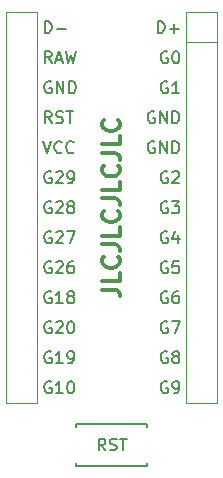
<source format=gto>
%TF.GenerationSoftware,KiCad,Pcbnew,8.0.7*%
%TF.CreationDate,2024-12-23T04:42:48-05:00*%
%TF.ProjectId,choc,63686f63-2e6b-4696-9361-645f70636258,v1.0.0*%
%TF.SameCoordinates,Original*%
%TF.FileFunction,Legend,Top*%
%TF.FilePolarity,Positive*%
%FSLAX46Y46*%
G04 Gerber Fmt 4.6, Leading zero omitted, Abs format (unit mm)*
G04 Created by KiCad (PCBNEW 8.0.7) date 2024-12-23 04:42:48*
%MOMM*%
%LPD*%
G01*
G04 APERTURE LIST*
%ADD10C,0.300000*%
%ADD11C,0.150000*%
%ADD12C,0.120000*%
%ADD13C,0.700000*%
%ADD14C,4.400000*%
%ADD15C,1.700000*%
%ADD16C,1.900000*%
%ADD17C,3.000000*%
%ADD18C,3.400000*%
G04 APERTURE END LIST*
D10*
X211490926Y-164060586D02*
X212562355Y-164060586D01*
X212562355Y-164060586D02*
X212776640Y-164132015D01*
X212776640Y-164132015D02*
X212919498Y-164274872D01*
X212919498Y-164274872D02*
X212990926Y-164489158D01*
X212990926Y-164489158D02*
X212990926Y-164632015D01*
X212990926Y-162632015D02*
X212990926Y-163346301D01*
X212990926Y-163346301D02*
X211490926Y-163346301D01*
X212848069Y-161274872D02*
X212919498Y-161346300D01*
X212919498Y-161346300D02*
X212990926Y-161560586D01*
X212990926Y-161560586D02*
X212990926Y-161703443D01*
X212990926Y-161703443D02*
X212919498Y-161917729D01*
X212919498Y-161917729D02*
X212776640Y-162060586D01*
X212776640Y-162060586D02*
X212633783Y-162132015D01*
X212633783Y-162132015D02*
X212348069Y-162203443D01*
X212348069Y-162203443D02*
X212133783Y-162203443D01*
X212133783Y-162203443D02*
X211848069Y-162132015D01*
X211848069Y-162132015D02*
X211705212Y-162060586D01*
X211705212Y-162060586D02*
X211562355Y-161917729D01*
X211562355Y-161917729D02*
X211490926Y-161703443D01*
X211490926Y-161703443D02*
X211490926Y-161560586D01*
X211490926Y-161560586D02*
X211562355Y-161346300D01*
X211562355Y-161346300D02*
X211633783Y-161274872D01*
X211490926Y-160203443D02*
X212562355Y-160203443D01*
X212562355Y-160203443D02*
X212776640Y-160274872D01*
X212776640Y-160274872D02*
X212919498Y-160417729D01*
X212919498Y-160417729D02*
X212990926Y-160632015D01*
X212990926Y-160632015D02*
X212990926Y-160774872D01*
X212990926Y-158774872D02*
X212990926Y-159489158D01*
X212990926Y-159489158D02*
X211490926Y-159489158D01*
X212848069Y-157417729D02*
X212919498Y-157489157D01*
X212919498Y-157489157D02*
X212990926Y-157703443D01*
X212990926Y-157703443D02*
X212990926Y-157846300D01*
X212990926Y-157846300D02*
X212919498Y-158060586D01*
X212919498Y-158060586D02*
X212776640Y-158203443D01*
X212776640Y-158203443D02*
X212633783Y-158274872D01*
X212633783Y-158274872D02*
X212348069Y-158346300D01*
X212348069Y-158346300D02*
X212133783Y-158346300D01*
X212133783Y-158346300D02*
X211848069Y-158274872D01*
X211848069Y-158274872D02*
X211705212Y-158203443D01*
X211705212Y-158203443D02*
X211562355Y-158060586D01*
X211562355Y-158060586D02*
X211490926Y-157846300D01*
X211490926Y-157846300D02*
X211490926Y-157703443D01*
X211490926Y-157703443D02*
X211562355Y-157489157D01*
X211562355Y-157489157D02*
X211633783Y-157417729D01*
X211490926Y-156346300D02*
X212562355Y-156346300D01*
X212562355Y-156346300D02*
X212776640Y-156417729D01*
X212776640Y-156417729D02*
X212919498Y-156560586D01*
X212919498Y-156560586D02*
X212990926Y-156774872D01*
X212990926Y-156774872D02*
X212990926Y-156917729D01*
X212990926Y-154917729D02*
X212990926Y-155632015D01*
X212990926Y-155632015D02*
X211490926Y-155632015D01*
X212848069Y-153560586D02*
X212919498Y-153632014D01*
X212919498Y-153632014D02*
X212990926Y-153846300D01*
X212990926Y-153846300D02*
X212990926Y-153989157D01*
X212990926Y-153989157D02*
X212919498Y-154203443D01*
X212919498Y-154203443D02*
X212776640Y-154346300D01*
X212776640Y-154346300D02*
X212633783Y-154417729D01*
X212633783Y-154417729D02*
X212348069Y-154489157D01*
X212348069Y-154489157D02*
X212133783Y-154489157D01*
X212133783Y-154489157D02*
X211848069Y-154417729D01*
X211848069Y-154417729D02*
X211705212Y-154346300D01*
X211705212Y-154346300D02*
X211562355Y-154203443D01*
X211562355Y-154203443D02*
X211490926Y-153989157D01*
X211490926Y-153989157D02*
X211490926Y-153846300D01*
X211490926Y-153846300D02*
X211562355Y-153632014D01*
X211562355Y-153632014D02*
X211633783Y-153560586D01*
X211490926Y-152489157D02*
X212562355Y-152489157D01*
X212562355Y-152489157D02*
X212776640Y-152560586D01*
X212776640Y-152560586D02*
X212919498Y-152703443D01*
X212919498Y-152703443D02*
X212990926Y-152917729D01*
X212990926Y-152917729D02*
X212990926Y-153060586D01*
X212990926Y-151060586D02*
X212990926Y-151774872D01*
X212990926Y-151774872D02*
X211490926Y-151774872D01*
X212848069Y-149703443D02*
X212919498Y-149774871D01*
X212919498Y-149774871D02*
X212990926Y-149989157D01*
X212990926Y-149989157D02*
X212990926Y-150132014D01*
X212990926Y-150132014D02*
X212919498Y-150346300D01*
X212919498Y-150346300D02*
X212776640Y-150489157D01*
X212776640Y-150489157D02*
X212633783Y-150560586D01*
X212633783Y-150560586D02*
X212348069Y-150632014D01*
X212348069Y-150632014D02*
X212133783Y-150632014D01*
X212133783Y-150632014D02*
X211848069Y-150560586D01*
X211848069Y-150560586D02*
X211705212Y-150489157D01*
X211705212Y-150489157D02*
X211562355Y-150346300D01*
X211562355Y-150346300D02*
X211490926Y-150132014D01*
X211490926Y-150132014D02*
X211490926Y-149989157D01*
X211490926Y-149989157D02*
X211562355Y-149774871D01*
X211562355Y-149774871D02*
X211633783Y-149703443D01*
D11*
X207173185Y-146474455D02*
X207077947Y-146426836D01*
X207077947Y-146426836D02*
X206935090Y-146426836D01*
X206935090Y-146426836D02*
X206792233Y-146474455D01*
X206792233Y-146474455D02*
X206696995Y-146569693D01*
X206696995Y-146569693D02*
X206649376Y-146664931D01*
X206649376Y-146664931D02*
X206601757Y-146855407D01*
X206601757Y-146855407D02*
X206601757Y-146998264D01*
X206601757Y-146998264D02*
X206649376Y-147188740D01*
X206649376Y-147188740D02*
X206696995Y-147283978D01*
X206696995Y-147283978D02*
X206792233Y-147379217D01*
X206792233Y-147379217D02*
X206935090Y-147426836D01*
X206935090Y-147426836D02*
X207030328Y-147426836D01*
X207030328Y-147426836D02*
X207173185Y-147379217D01*
X207173185Y-147379217D02*
X207220804Y-147331597D01*
X207220804Y-147331597D02*
X207220804Y-146998264D01*
X207220804Y-146998264D02*
X207030328Y-146998264D01*
X207649376Y-147426836D02*
X207649376Y-146426836D01*
X207649376Y-146426836D02*
X208220804Y-147426836D01*
X208220804Y-147426836D02*
X208220804Y-146426836D01*
X208696995Y-147426836D02*
X208696995Y-146426836D01*
X208696995Y-146426836D02*
X208935090Y-146426836D01*
X208935090Y-146426836D02*
X209077947Y-146474455D01*
X209077947Y-146474455D02*
X209173185Y-146569693D01*
X209173185Y-146569693D02*
X209220804Y-146664931D01*
X209220804Y-146664931D02*
X209268423Y-146855407D01*
X209268423Y-146855407D02*
X209268423Y-146998264D01*
X209268423Y-146998264D02*
X209220804Y-147188740D01*
X209220804Y-147188740D02*
X209173185Y-147283978D01*
X209173185Y-147283978D02*
X209077947Y-147379217D01*
X209077947Y-147379217D02*
X208935090Y-147426836D01*
X208935090Y-147426836D02*
X208696995Y-147426836D01*
X207173186Y-171874453D02*
X207077948Y-171826834D01*
X207077948Y-171826834D02*
X206935091Y-171826834D01*
X206935091Y-171826834D02*
X206792234Y-171874453D01*
X206792234Y-171874453D02*
X206696996Y-171969691D01*
X206696996Y-171969691D02*
X206649377Y-172064929D01*
X206649377Y-172064929D02*
X206601758Y-172255405D01*
X206601758Y-172255405D02*
X206601758Y-172398262D01*
X206601758Y-172398262D02*
X206649377Y-172588738D01*
X206649377Y-172588738D02*
X206696996Y-172683976D01*
X206696996Y-172683976D02*
X206792234Y-172779215D01*
X206792234Y-172779215D02*
X206935091Y-172826834D01*
X206935091Y-172826834D02*
X207030329Y-172826834D01*
X207030329Y-172826834D02*
X207173186Y-172779215D01*
X207173186Y-172779215D02*
X207220805Y-172731595D01*
X207220805Y-172731595D02*
X207220805Y-172398262D01*
X207220805Y-172398262D02*
X207030329Y-172398262D01*
X208173186Y-172826834D02*
X207601758Y-172826834D01*
X207887472Y-172826834D02*
X207887472Y-171826834D01*
X207887472Y-171826834D02*
X207792234Y-171969691D01*
X207792234Y-171969691D02*
X207696996Y-172064929D01*
X207696996Y-172064929D02*
X207601758Y-172112548D01*
X208792234Y-171826834D02*
X208887472Y-171826834D01*
X208887472Y-171826834D02*
X208982710Y-171874453D01*
X208982710Y-171874453D02*
X209030329Y-171922072D01*
X209030329Y-171922072D02*
X209077948Y-172017310D01*
X209077948Y-172017310D02*
X209125567Y-172207786D01*
X209125567Y-172207786D02*
X209125567Y-172445881D01*
X209125567Y-172445881D02*
X209077948Y-172636357D01*
X209077948Y-172636357D02*
X209030329Y-172731595D01*
X209030329Y-172731595D02*
X208982710Y-172779215D01*
X208982710Y-172779215D02*
X208887472Y-172826834D01*
X208887472Y-172826834D02*
X208792234Y-172826834D01*
X208792234Y-172826834D02*
X208696996Y-172779215D01*
X208696996Y-172779215D02*
X208649377Y-172731595D01*
X208649377Y-172731595D02*
X208601758Y-172636357D01*
X208601758Y-172636357D02*
X208554139Y-172445881D01*
X208554139Y-172445881D02*
X208554139Y-172207786D01*
X208554139Y-172207786D02*
X208601758Y-172017310D01*
X208601758Y-172017310D02*
X208649377Y-171922072D01*
X208649377Y-171922072D02*
X208696996Y-171874453D01*
X208696996Y-171874453D02*
X208792234Y-171826834D01*
X217023437Y-171874453D02*
X216928199Y-171826834D01*
X216928199Y-171826834D02*
X216785342Y-171826834D01*
X216785342Y-171826834D02*
X216642485Y-171874453D01*
X216642485Y-171874453D02*
X216547247Y-171969691D01*
X216547247Y-171969691D02*
X216499628Y-172064929D01*
X216499628Y-172064929D02*
X216452009Y-172255405D01*
X216452009Y-172255405D02*
X216452009Y-172398262D01*
X216452009Y-172398262D02*
X216499628Y-172588738D01*
X216499628Y-172588738D02*
X216547247Y-172683976D01*
X216547247Y-172683976D02*
X216642485Y-172779215D01*
X216642485Y-172779215D02*
X216785342Y-172826834D01*
X216785342Y-172826834D02*
X216880580Y-172826834D01*
X216880580Y-172826834D02*
X217023437Y-172779215D01*
X217023437Y-172779215D02*
X217071056Y-172731595D01*
X217071056Y-172731595D02*
X217071056Y-172398262D01*
X217071056Y-172398262D02*
X216880580Y-172398262D01*
X217547247Y-172826834D02*
X217737723Y-172826834D01*
X217737723Y-172826834D02*
X217832961Y-172779215D01*
X217832961Y-172779215D02*
X217880580Y-172731595D01*
X217880580Y-172731595D02*
X217975818Y-172588738D01*
X217975818Y-172588738D02*
X218023437Y-172398262D01*
X218023437Y-172398262D02*
X218023437Y-172017310D01*
X218023437Y-172017310D02*
X217975818Y-171922072D01*
X217975818Y-171922072D02*
X217928199Y-171874453D01*
X217928199Y-171874453D02*
X217832961Y-171826834D01*
X217832961Y-171826834D02*
X217642485Y-171826834D01*
X217642485Y-171826834D02*
X217547247Y-171874453D01*
X217547247Y-171874453D02*
X217499628Y-171922072D01*
X217499628Y-171922072D02*
X217452009Y-172017310D01*
X217452009Y-172017310D02*
X217452009Y-172255405D01*
X217452009Y-172255405D02*
X217499628Y-172350643D01*
X217499628Y-172350643D02*
X217547247Y-172398262D01*
X217547247Y-172398262D02*
X217642485Y-172445881D01*
X217642485Y-172445881D02*
X217832961Y-172445881D01*
X217832961Y-172445881D02*
X217928199Y-172398262D01*
X217928199Y-172398262D02*
X217975818Y-172350643D01*
X217975818Y-172350643D02*
X218023437Y-172255405D01*
X207173183Y-166794454D02*
X207077945Y-166746835D01*
X207077945Y-166746835D02*
X206935088Y-166746835D01*
X206935088Y-166746835D02*
X206792231Y-166794454D01*
X206792231Y-166794454D02*
X206696993Y-166889692D01*
X206696993Y-166889692D02*
X206649374Y-166984930D01*
X206649374Y-166984930D02*
X206601755Y-167175406D01*
X206601755Y-167175406D02*
X206601755Y-167318263D01*
X206601755Y-167318263D02*
X206649374Y-167508739D01*
X206649374Y-167508739D02*
X206696993Y-167603977D01*
X206696993Y-167603977D02*
X206792231Y-167699216D01*
X206792231Y-167699216D02*
X206935088Y-167746835D01*
X206935088Y-167746835D02*
X207030326Y-167746835D01*
X207030326Y-167746835D02*
X207173183Y-167699216D01*
X207173183Y-167699216D02*
X207220802Y-167651596D01*
X207220802Y-167651596D02*
X207220802Y-167318263D01*
X207220802Y-167318263D02*
X207030326Y-167318263D01*
X207601755Y-166842073D02*
X207649374Y-166794454D01*
X207649374Y-166794454D02*
X207744612Y-166746835D01*
X207744612Y-166746835D02*
X207982707Y-166746835D01*
X207982707Y-166746835D02*
X208077945Y-166794454D01*
X208077945Y-166794454D02*
X208125564Y-166842073D01*
X208125564Y-166842073D02*
X208173183Y-166937311D01*
X208173183Y-166937311D02*
X208173183Y-167032549D01*
X208173183Y-167032549D02*
X208125564Y-167175406D01*
X208125564Y-167175406D02*
X207554136Y-167746835D01*
X207554136Y-167746835D02*
X208173183Y-167746835D01*
X208792231Y-166746835D02*
X208887469Y-166746835D01*
X208887469Y-166746835D02*
X208982707Y-166794454D01*
X208982707Y-166794454D02*
X209030326Y-166842073D01*
X209030326Y-166842073D02*
X209077945Y-166937311D01*
X209077945Y-166937311D02*
X209125564Y-167127787D01*
X209125564Y-167127787D02*
X209125564Y-167365882D01*
X209125564Y-167365882D02*
X209077945Y-167556358D01*
X209077945Y-167556358D02*
X209030326Y-167651596D01*
X209030326Y-167651596D02*
X208982707Y-167699216D01*
X208982707Y-167699216D02*
X208887469Y-167746835D01*
X208887469Y-167746835D02*
X208792231Y-167746835D01*
X208792231Y-167746835D02*
X208696993Y-167699216D01*
X208696993Y-167699216D02*
X208649374Y-167651596D01*
X208649374Y-167651596D02*
X208601755Y-167556358D01*
X208601755Y-167556358D02*
X208554136Y-167365882D01*
X208554136Y-167365882D02*
X208554136Y-167127787D01*
X208554136Y-167127787D02*
X208601755Y-166937311D01*
X208601755Y-166937311D02*
X208649374Y-166842073D01*
X208649374Y-166842073D02*
X208696993Y-166794454D01*
X208696993Y-166794454D02*
X208792231Y-166746835D01*
X217023438Y-169334454D02*
X216928200Y-169286835D01*
X216928200Y-169286835D02*
X216785343Y-169286835D01*
X216785343Y-169286835D02*
X216642486Y-169334454D01*
X216642486Y-169334454D02*
X216547248Y-169429692D01*
X216547248Y-169429692D02*
X216499629Y-169524930D01*
X216499629Y-169524930D02*
X216452010Y-169715406D01*
X216452010Y-169715406D02*
X216452010Y-169858263D01*
X216452010Y-169858263D02*
X216499629Y-170048739D01*
X216499629Y-170048739D02*
X216547248Y-170143977D01*
X216547248Y-170143977D02*
X216642486Y-170239216D01*
X216642486Y-170239216D02*
X216785343Y-170286835D01*
X216785343Y-170286835D02*
X216880581Y-170286835D01*
X216880581Y-170286835D02*
X217023438Y-170239216D01*
X217023438Y-170239216D02*
X217071057Y-170191596D01*
X217071057Y-170191596D02*
X217071057Y-169858263D01*
X217071057Y-169858263D02*
X216880581Y-169858263D01*
X217642486Y-169715406D02*
X217547248Y-169667787D01*
X217547248Y-169667787D02*
X217499629Y-169620168D01*
X217499629Y-169620168D02*
X217452010Y-169524930D01*
X217452010Y-169524930D02*
X217452010Y-169477311D01*
X217452010Y-169477311D02*
X217499629Y-169382073D01*
X217499629Y-169382073D02*
X217547248Y-169334454D01*
X217547248Y-169334454D02*
X217642486Y-169286835D01*
X217642486Y-169286835D02*
X217832962Y-169286835D01*
X217832962Y-169286835D02*
X217928200Y-169334454D01*
X217928200Y-169334454D02*
X217975819Y-169382073D01*
X217975819Y-169382073D02*
X218023438Y-169477311D01*
X218023438Y-169477311D02*
X218023438Y-169524930D01*
X218023438Y-169524930D02*
X217975819Y-169620168D01*
X217975819Y-169620168D02*
X217928200Y-169667787D01*
X217928200Y-169667787D02*
X217832962Y-169715406D01*
X217832962Y-169715406D02*
X217642486Y-169715406D01*
X217642486Y-169715406D02*
X217547248Y-169763025D01*
X217547248Y-169763025D02*
X217499629Y-169810644D01*
X217499629Y-169810644D02*
X217452010Y-169905882D01*
X217452010Y-169905882D02*
X217452010Y-170096358D01*
X217452010Y-170096358D02*
X217499629Y-170191596D01*
X217499629Y-170191596D02*
X217547248Y-170239216D01*
X217547248Y-170239216D02*
X217642486Y-170286835D01*
X217642486Y-170286835D02*
X217832962Y-170286835D01*
X217832962Y-170286835D02*
X217928200Y-170239216D01*
X217928200Y-170239216D02*
X217975819Y-170191596D01*
X217975819Y-170191596D02*
X218023438Y-170096358D01*
X218023438Y-170096358D02*
X218023438Y-169905882D01*
X218023438Y-169905882D02*
X217975819Y-169810644D01*
X217975819Y-169810644D02*
X217928200Y-169763025D01*
X217928200Y-169763025D02*
X217832962Y-169715406D01*
X206649377Y-142346834D02*
X206649377Y-141346834D01*
X206649377Y-141346834D02*
X206887472Y-141346834D01*
X206887472Y-141346834D02*
X207030329Y-141394453D01*
X207030329Y-141394453D02*
X207125567Y-141489691D01*
X207125567Y-141489691D02*
X207173186Y-141584929D01*
X207173186Y-141584929D02*
X207220805Y-141775405D01*
X207220805Y-141775405D02*
X207220805Y-141918262D01*
X207220805Y-141918262D02*
X207173186Y-142108738D01*
X207173186Y-142108738D02*
X207125567Y-142203976D01*
X207125567Y-142203976D02*
X207030329Y-142299215D01*
X207030329Y-142299215D02*
X206887472Y-142346834D01*
X206887472Y-142346834D02*
X206649377Y-142346834D01*
X207649377Y-141965881D02*
X208411282Y-141965881D01*
X207173185Y-169334455D02*
X207077947Y-169286836D01*
X207077947Y-169286836D02*
X206935090Y-169286836D01*
X206935090Y-169286836D02*
X206792233Y-169334455D01*
X206792233Y-169334455D02*
X206696995Y-169429693D01*
X206696995Y-169429693D02*
X206649376Y-169524931D01*
X206649376Y-169524931D02*
X206601757Y-169715407D01*
X206601757Y-169715407D02*
X206601757Y-169858264D01*
X206601757Y-169858264D02*
X206649376Y-170048740D01*
X206649376Y-170048740D02*
X206696995Y-170143978D01*
X206696995Y-170143978D02*
X206792233Y-170239217D01*
X206792233Y-170239217D02*
X206935090Y-170286836D01*
X206935090Y-170286836D02*
X207030328Y-170286836D01*
X207030328Y-170286836D02*
X207173185Y-170239217D01*
X207173185Y-170239217D02*
X207220804Y-170191597D01*
X207220804Y-170191597D02*
X207220804Y-169858264D01*
X207220804Y-169858264D02*
X207030328Y-169858264D01*
X208173185Y-170286836D02*
X207601757Y-170286836D01*
X207887471Y-170286836D02*
X207887471Y-169286836D01*
X207887471Y-169286836D02*
X207792233Y-169429693D01*
X207792233Y-169429693D02*
X207696995Y-169524931D01*
X207696995Y-169524931D02*
X207601757Y-169572550D01*
X208649376Y-170286836D02*
X208839852Y-170286836D01*
X208839852Y-170286836D02*
X208935090Y-170239217D01*
X208935090Y-170239217D02*
X208982709Y-170191597D01*
X208982709Y-170191597D02*
X209077947Y-170048740D01*
X209077947Y-170048740D02*
X209125566Y-169858264D01*
X209125566Y-169858264D02*
X209125566Y-169477312D01*
X209125566Y-169477312D02*
X209077947Y-169382074D01*
X209077947Y-169382074D02*
X209030328Y-169334455D01*
X209030328Y-169334455D02*
X208935090Y-169286836D01*
X208935090Y-169286836D02*
X208744614Y-169286836D01*
X208744614Y-169286836D02*
X208649376Y-169334455D01*
X208649376Y-169334455D02*
X208601757Y-169382074D01*
X208601757Y-169382074D02*
X208554138Y-169477312D01*
X208554138Y-169477312D02*
X208554138Y-169715407D01*
X208554138Y-169715407D02*
X208601757Y-169810645D01*
X208601757Y-169810645D02*
X208649376Y-169858264D01*
X208649376Y-169858264D02*
X208744614Y-169905883D01*
X208744614Y-169905883D02*
X208935090Y-169905883D01*
X208935090Y-169905883D02*
X209030328Y-169858264D01*
X209030328Y-169858264D02*
X209077947Y-169810645D01*
X209077947Y-169810645D02*
X209125566Y-169715407D01*
X207173186Y-161714455D02*
X207077948Y-161666836D01*
X207077948Y-161666836D02*
X206935091Y-161666836D01*
X206935091Y-161666836D02*
X206792234Y-161714455D01*
X206792234Y-161714455D02*
X206696996Y-161809693D01*
X206696996Y-161809693D02*
X206649377Y-161904931D01*
X206649377Y-161904931D02*
X206601758Y-162095407D01*
X206601758Y-162095407D02*
X206601758Y-162238264D01*
X206601758Y-162238264D02*
X206649377Y-162428740D01*
X206649377Y-162428740D02*
X206696996Y-162523978D01*
X206696996Y-162523978D02*
X206792234Y-162619217D01*
X206792234Y-162619217D02*
X206935091Y-162666836D01*
X206935091Y-162666836D02*
X207030329Y-162666836D01*
X207030329Y-162666836D02*
X207173186Y-162619217D01*
X207173186Y-162619217D02*
X207220805Y-162571597D01*
X207220805Y-162571597D02*
X207220805Y-162238264D01*
X207220805Y-162238264D02*
X207030329Y-162238264D01*
X207601758Y-161762074D02*
X207649377Y-161714455D01*
X207649377Y-161714455D02*
X207744615Y-161666836D01*
X207744615Y-161666836D02*
X207982710Y-161666836D01*
X207982710Y-161666836D02*
X208077948Y-161714455D01*
X208077948Y-161714455D02*
X208125567Y-161762074D01*
X208125567Y-161762074D02*
X208173186Y-161857312D01*
X208173186Y-161857312D02*
X208173186Y-161952550D01*
X208173186Y-161952550D02*
X208125567Y-162095407D01*
X208125567Y-162095407D02*
X207554139Y-162666836D01*
X207554139Y-162666836D02*
X208173186Y-162666836D01*
X209030329Y-161666836D02*
X208839853Y-161666836D01*
X208839853Y-161666836D02*
X208744615Y-161714455D01*
X208744615Y-161714455D02*
X208696996Y-161762074D01*
X208696996Y-161762074D02*
X208601758Y-161904931D01*
X208601758Y-161904931D02*
X208554139Y-162095407D01*
X208554139Y-162095407D02*
X208554139Y-162476359D01*
X208554139Y-162476359D02*
X208601758Y-162571597D01*
X208601758Y-162571597D02*
X208649377Y-162619217D01*
X208649377Y-162619217D02*
X208744615Y-162666836D01*
X208744615Y-162666836D02*
X208935091Y-162666836D01*
X208935091Y-162666836D02*
X209030329Y-162619217D01*
X209030329Y-162619217D02*
X209077948Y-162571597D01*
X209077948Y-162571597D02*
X209125567Y-162476359D01*
X209125567Y-162476359D02*
X209125567Y-162238264D01*
X209125567Y-162238264D02*
X209077948Y-162143026D01*
X209077948Y-162143026D02*
X209030329Y-162095407D01*
X209030329Y-162095407D02*
X208935091Y-162047788D01*
X208935091Y-162047788D02*
X208744615Y-162047788D01*
X208744615Y-162047788D02*
X208649377Y-162095407D01*
X208649377Y-162095407D02*
X208601758Y-162143026D01*
X208601758Y-162143026D02*
X208554139Y-162238264D01*
X215928199Y-149014454D02*
X215832961Y-148966835D01*
X215832961Y-148966835D02*
X215690104Y-148966835D01*
X215690104Y-148966835D02*
X215547247Y-149014454D01*
X215547247Y-149014454D02*
X215452009Y-149109692D01*
X215452009Y-149109692D02*
X215404390Y-149204930D01*
X215404390Y-149204930D02*
X215356771Y-149395406D01*
X215356771Y-149395406D02*
X215356771Y-149538263D01*
X215356771Y-149538263D02*
X215404390Y-149728739D01*
X215404390Y-149728739D02*
X215452009Y-149823977D01*
X215452009Y-149823977D02*
X215547247Y-149919216D01*
X215547247Y-149919216D02*
X215690104Y-149966835D01*
X215690104Y-149966835D02*
X215785342Y-149966835D01*
X215785342Y-149966835D02*
X215928199Y-149919216D01*
X215928199Y-149919216D02*
X215975818Y-149871596D01*
X215975818Y-149871596D02*
X215975818Y-149538263D01*
X215975818Y-149538263D02*
X215785342Y-149538263D01*
X216404390Y-149966835D02*
X216404390Y-148966835D01*
X216404390Y-148966835D02*
X216975818Y-149966835D01*
X216975818Y-149966835D02*
X216975818Y-148966835D01*
X217452009Y-149966835D02*
X217452009Y-148966835D01*
X217452009Y-148966835D02*
X217690104Y-148966835D01*
X217690104Y-148966835D02*
X217832961Y-149014454D01*
X217832961Y-149014454D02*
X217928199Y-149109692D01*
X217928199Y-149109692D02*
X217975818Y-149204930D01*
X217975818Y-149204930D02*
X218023437Y-149395406D01*
X218023437Y-149395406D02*
X218023437Y-149538263D01*
X218023437Y-149538263D02*
X217975818Y-149728739D01*
X217975818Y-149728739D02*
X217928199Y-149823977D01*
X217928199Y-149823977D02*
X217832961Y-149919216D01*
X217832961Y-149919216D02*
X217690104Y-149966835D01*
X217690104Y-149966835D02*
X217452009Y-149966835D01*
X217023438Y-166794451D02*
X216928200Y-166746832D01*
X216928200Y-166746832D02*
X216785343Y-166746832D01*
X216785343Y-166746832D02*
X216642486Y-166794451D01*
X216642486Y-166794451D02*
X216547248Y-166889689D01*
X216547248Y-166889689D02*
X216499629Y-166984927D01*
X216499629Y-166984927D02*
X216452010Y-167175403D01*
X216452010Y-167175403D02*
X216452010Y-167318260D01*
X216452010Y-167318260D02*
X216499629Y-167508736D01*
X216499629Y-167508736D02*
X216547248Y-167603974D01*
X216547248Y-167603974D02*
X216642486Y-167699213D01*
X216642486Y-167699213D02*
X216785343Y-167746832D01*
X216785343Y-167746832D02*
X216880581Y-167746832D01*
X216880581Y-167746832D02*
X217023438Y-167699213D01*
X217023438Y-167699213D02*
X217071057Y-167651593D01*
X217071057Y-167651593D02*
X217071057Y-167318260D01*
X217071057Y-167318260D02*
X216880581Y-167318260D01*
X217404391Y-166746832D02*
X218071057Y-166746832D01*
X218071057Y-166746832D02*
X217642486Y-167746832D01*
X207173187Y-154094453D02*
X207077949Y-154046834D01*
X207077949Y-154046834D02*
X206935092Y-154046834D01*
X206935092Y-154046834D02*
X206792235Y-154094453D01*
X206792235Y-154094453D02*
X206696997Y-154189691D01*
X206696997Y-154189691D02*
X206649378Y-154284929D01*
X206649378Y-154284929D02*
X206601759Y-154475405D01*
X206601759Y-154475405D02*
X206601759Y-154618262D01*
X206601759Y-154618262D02*
X206649378Y-154808738D01*
X206649378Y-154808738D02*
X206696997Y-154903976D01*
X206696997Y-154903976D02*
X206792235Y-154999215D01*
X206792235Y-154999215D02*
X206935092Y-155046834D01*
X206935092Y-155046834D02*
X207030330Y-155046834D01*
X207030330Y-155046834D02*
X207173187Y-154999215D01*
X207173187Y-154999215D02*
X207220806Y-154951595D01*
X207220806Y-154951595D02*
X207220806Y-154618262D01*
X207220806Y-154618262D02*
X207030330Y-154618262D01*
X207601759Y-154142072D02*
X207649378Y-154094453D01*
X207649378Y-154094453D02*
X207744616Y-154046834D01*
X207744616Y-154046834D02*
X207982711Y-154046834D01*
X207982711Y-154046834D02*
X208077949Y-154094453D01*
X208077949Y-154094453D02*
X208125568Y-154142072D01*
X208125568Y-154142072D02*
X208173187Y-154237310D01*
X208173187Y-154237310D02*
X208173187Y-154332548D01*
X208173187Y-154332548D02*
X208125568Y-154475405D01*
X208125568Y-154475405D02*
X207554140Y-155046834D01*
X207554140Y-155046834D02*
X208173187Y-155046834D01*
X208649378Y-155046834D02*
X208839854Y-155046834D01*
X208839854Y-155046834D02*
X208935092Y-154999215D01*
X208935092Y-154999215D02*
X208982711Y-154951595D01*
X208982711Y-154951595D02*
X209077949Y-154808738D01*
X209077949Y-154808738D02*
X209125568Y-154618262D01*
X209125568Y-154618262D02*
X209125568Y-154237310D01*
X209125568Y-154237310D02*
X209077949Y-154142072D01*
X209077949Y-154142072D02*
X209030330Y-154094453D01*
X209030330Y-154094453D02*
X208935092Y-154046834D01*
X208935092Y-154046834D02*
X208744616Y-154046834D01*
X208744616Y-154046834D02*
X208649378Y-154094453D01*
X208649378Y-154094453D02*
X208601759Y-154142072D01*
X208601759Y-154142072D02*
X208554140Y-154237310D01*
X208554140Y-154237310D02*
X208554140Y-154475405D01*
X208554140Y-154475405D02*
X208601759Y-154570643D01*
X208601759Y-154570643D02*
X208649378Y-154618262D01*
X208649378Y-154618262D02*
X208744616Y-154665881D01*
X208744616Y-154665881D02*
X208935092Y-154665881D01*
X208935092Y-154665881D02*
X209030330Y-154618262D01*
X209030330Y-154618262D02*
X209077949Y-154570643D01*
X209077949Y-154570643D02*
X209125568Y-154475405D01*
X217023436Y-156634454D02*
X216928198Y-156586835D01*
X216928198Y-156586835D02*
X216785341Y-156586835D01*
X216785341Y-156586835D02*
X216642484Y-156634454D01*
X216642484Y-156634454D02*
X216547246Y-156729692D01*
X216547246Y-156729692D02*
X216499627Y-156824930D01*
X216499627Y-156824930D02*
X216452008Y-157015406D01*
X216452008Y-157015406D02*
X216452008Y-157158263D01*
X216452008Y-157158263D02*
X216499627Y-157348739D01*
X216499627Y-157348739D02*
X216547246Y-157443977D01*
X216547246Y-157443977D02*
X216642484Y-157539216D01*
X216642484Y-157539216D02*
X216785341Y-157586835D01*
X216785341Y-157586835D02*
X216880579Y-157586835D01*
X216880579Y-157586835D02*
X217023436Y-157539216D01*
X217023436Y-157539216D02*
X217071055Y-157491596D01*
X217071055Y-157491596D02*
X217071055Y-157158263D01*
X217071055Y-157158263D02*
X216880579Y-157158263D01*
X217404389Y-156586835D02*
X218023436Y-156586835D01*
X218023436Y-156586835D02*
X217690103Y-156967787D01*
X217690103Y-156967787D02*
X217832960Y-156967787D01*
X217832960Y-156967787D02*
X217928198Y-157015406D01*
X217928198Y-157015406D02*
X217975817Y-157063025D01*
X217975817Y-157063025D02*
X218023436Y-157158263D01*
X218023436Y-157158263D02*
X218023436Y-157396358D01*
X218023436Y-157396358D02*
X217975817Y-157491596D01*
X217975817Y-157491596D02*
X217928198Y-157539216D01*
X217928198Y-157539216D02*
X217832960Y-157586835D01*
X217832960Y-157586835D02*
X217547246Y-157586835D01*
X217547246Y-157586835D02*
X217452008Y-157539216D01*
X217452008Y-157539216D02*
X217404389Y-157491596D01*
X215928199Y-151554451D02*
X215832961Y-151506832D01*
X215832961Y-151506832D02*
X215690104Y-151506832D01*
X215690104Y-151506832D02*
X215547247Y-151554451D01*
X215547247Y-151554451D02*
X215452009Y-151649689D01*
X215452009Y-151649689D02*
X215404390Y-151744927D01*
X215404390Y-151744927D02*
X215356771Y-151935403D01*
X215356771Y-151935403D02*
X215356771Y-152078260D01*
X215356771Y-152078260D02*
X215404390Y-152268736D01*
X215404390Y-152268736D02*
X215452009Y-152363974D01*
X215452009Y-152363974D02*
X215547247Y-152459213D01*
X215547247Y-152459213D02*
X215690104Y-152506832D01*
X215690104Y-152506832D02*
X215785342Y-152506832D01*
X215785342Y-152506832D02*
X215928199Y-152459213D01*
X215928199Y-152459213D02*
X215975818Y-152411593D01*
X215975818Y-152411593D02*
X215975818Y-152078260D01*
X215975818Y-152078260D02*
X215785342Y-152078260D01*
X216404390Y-152506832D02*
X216404390Y-151506832D01*
X216404390Y-151506832D02*
X216975818Y-152506832D01*
X216975818Y-152506832D02*
X216975818Y-151506832D01*
X217452009Y-152506832D02*
X217452009Y-151506832D01*
X217452009Y-151506832D02*
X217690104Y-151506832D01*
X217690104Y-151506832D02*
X217832961Y-151554451D01*
X217832961Y-151554451D02*
X217928199Y-151649689D01*
X217928199Y-151649689D02*
X217975818Y-151744927D01*
X217975818Y-151744927D02*
X218023437Y-151935403D01*
X218023437Y-151935403D02*
X218023437Y-152078260D01*
X218023437Y-152078260D02*
X217975818Y-152268736D01*
X217975818Y-152268736D02*
X217928199Y-152363974D01*
X217928199Y-152363974D02*
X217832961Y-152459213D01*
X217832961Y-152459213D02*
X217690104Y-152506832D01*
X217690104Y-152506832D02*
X217452009Y-152506832D01*
X217023437Y-161714451D02*
X216928199Y-161666832D01*
X216928199Y-161666832D02*
X216785342Y-161666832D01*
X216785342Y-161666832D02*
X216642485Y-161714451D01*
X216642485Y-161714451D02*
X216547247Y-161809689D01*
X216547247Y-161809689D02*
X216499628Y-161904927D01*
X216499628Y-161904927D02*
X216452009Y-162095403D01*
X216452009Y-162095403D02*
X216452009Y-162238260D01*
X216452009Y-162238260D02*
X216499628Y-162428736D01*
X216499628Y-162428736D02*
X216547247Y-162523974D01*
X216547247Y-162523974D02*
X216642485Y-162619213D01*
X216642485Y-162619213D02*
X216785342Y-162666832D01*
X216785342Y-162666832D02*
X216880580Y-162666832D01*
X216880580Y-162666832D02*
X217023437Y-162619213D01*
X217023437Y-162619213D02*
X217071056Y-162571593D01*
X217071056Y-162571593D02*
X217071056Y-162238260D01*
X217071056Y-162238260D02*
X216880580Y-162238260D01*
X217975818Y-161666832D02*
X217499628Y-161666832D01*
X217499628Y-161666832D02*
X217452009Y-162143022D01*
X217452009Y-162143022D02*
X217499628Y-162095403D01*
X217499628Y-162095403D02*
X217594866Y-162047784D01*
X217594866Y-162047784D02*
X217832961Y-162047784D01*
X217832961Y-162047784D02*
X217928199Y-162095403D01*
X217928199Y-162095403D02*
X217975818Y-162143022D01*
X217975818Y-162143022D02*
X218023437Y-162238260D01*
X218023437Y-162238260D02*
X218023437Y-162476355D01*
X218023437Y-162476355D02*
X217975818Y-162571593D01*
X217975818Y-162571593D02*
X217928199Y-162619213D01*
X217928199Y-162619213D02*
X217832961Y-162666832D01*
X217832961Y-162666832D02*
X217594866Y-162666832D01*
X217594866Y-162666832D02*
X217499628Y-162619213D01*
X217499628Y-162619213D02*
X217452009Y-162571593D01*
X207220805Y-149966835D02*
X206887472Y-149490644D01*
X206649377Y-149966835D02*
X206649377Y-148966835D01*
X206649377Y-148966835D02*
X207030329Y-148966835D01*
X207030329Y-148966835D02*
X207125567Y-149014454D01*
X207125567Y-149014454D02*
X207173186Y-149062073D01*
X207173186Y-149062073D02*
X207220805Y-149157311D01*
X207220805Y-149157311D02*
X207220805Y-149300168D01*
X207220805Y-149300168D02*
X207173186Y-149395406D01*
X207173186Y-149395406D02*
X207125567Y-149443025D01*
X207125567Y-149443025D02*
X207030329Y-149490644D01*
X207030329Y-149490644D02*
X206649377Y-149490644D01*
X207601758Y-149919216D02*
X207744615Y-149966835D01*
X207744615Y-149966835D02*
X207982710Y-149966835D01*
X207982710Y-149966835D02*
X208077948Y-149919216D01*
X208077948Y-149919216D02*
X208125567Y-149871596D01*
X208125567Y-149871596D02*
X208173186Y-149776358D01*
X208173186Y-149776358D02*
X208173186Y-149681120D01*
X208173186Y-149681120D02*
X208125567Y-149585882D01*
X208125567Y-149585882D02*
X208077948Y-149538263D01*
X208077948Y-149538263D02*
X207982710Y-149490644D01*
X207982710Y-149490644D02*
X207792234Y-149443025D01*
X207792234Y-149443025D02*
X207696996Y-149395406D01*
X207696996Y-149395406D02*
X207649377Y-149347787D01*
X207649377Y-149347787D02*
X207601758Y-149252549D01*
X207601758Y-149252549D02*
X207601758Y-149157311D01*
X207601758Y-149157311D02*
X207649377Y-149062073D01*
X207649377Y-149062073D02*
X207696996Y-149014454D01*
X207696996Y-149014454D02*
X207792234Y-148966835D01*
X207792234Y-148966835D02*
X208030329Y-148966835D01*
X208030329Y-148966835D02*
X208173186Y-149014454D01*
X208458901Y-148966835D02*
X209030329Y-148966835D01*
X208744615Y-149966835D02*
X208744615Y-148966835D01*
X217023438Y-143934451D02*
X216928200Y-143886832D01*
X216928200Y-143886832D02*
X216785343Y-143886832D01*
X216785343Y-143886832D02*
X216642486Y-143934451D01*
X216642486Y-143934451D02*
X216547248Y-144029689D01*
X216547248Y-144029689D02*
X216499629Y-144124927D01*
X216499629Y-144124927D02*
X216452010Y-144315403D01*
X216452010Y-144315403D02*
X216452010Y-144458260D01*
X216452010Y-144458260D02*
X216499629Y-144648736D01*
X216499629Y-144648736D02*
X216547248Y-144743974D01*
X216547248Y-144743974D02*
X216642486Y-144839213D01*
X216642486Y-144839213D02*
X216785343Y-144886832D01*
X216785343Y-144886832D02*
X216880581Y-144886832D01*
X216880581Y-144886832D02*
X217023438Y-144839213D01*
X217023438Y-144839213D02*
X217071057Y-144791593D01*
X217071057Y-144791593D02*
X217071057Y-144458260D01*
X217071057Y-144458260D02*
X216880581Y-144458260D01*
X217690105Y-143886832D02*
X217785343Y-143886832D01*
X217785343Y-143886832D02*
X217880581Y-143934451D01*
X217880581Y-143934451D02*
X217928200Y-143982070D01*
X217928200Y-143982070D02*
X217975819Y-144077308D01*
X217975819Y-144077308D02*
X218023438Y-144267784D01*
X218023438Y-144267784D02*
X218023438Y-144505879D01*
X218023438Y-144505879D02*
X217975819Y-144696355D01*
X217975819Y-144696355D02*
X217928200Y-144791593D01*
X217928200Y-144791593D02*
X217880581Y-144839213D01*
X217880581Y-144839213D02*
X217785343Y-144886832D01*
X217785343Y-144886832D02*
X217690105Y-144886832D01*
X217690105Y-144886832D02*
X217594867Y-144839213D01*
X217594867Y-144839213D02*
X217547248Y-144791593D01*
X217547248Y-144791593D02*
X217499629Y-144696355D01*
X217499629Y-144696355D02*
X217452010Y-144505879D01*
X217452010Y-144505879D02*
X217452010Y-144267784D01*
X217452010Y-144267784D02*
X217499629Y-144077308D01*
X217499629Y-144077308D02*
X217547248Y-143982070D01*
X217547248Y-143982070D02*
X217594867Y-143934451D01*
X217594867Y-143934451D02*
X217690105Y-143886832D01*
X207173187Y-159174453D02*
X207077949Y-159126834D01*
X207077949Y-159126834D02*
X206935092Y-159126834D01*
X206935092Y-159126834D02*
X206792235Y-159174453D01*
X206792235Y-159174453D02*
X206696997Y-159269691D01*
X206696997Y-159269691D02*
X206649378Y-159364929D01*
X206649378Y-159364929D02*
X206601759Y-159555405D01*
X206601759Y-159555405D02*
X206601759Y-159698262D01*
X206601759Y-159698262D02*
X206649378Y-159888738D01*
X206649378Y-159888738D02*
X206696997Y-159983976D01*
X206696997Y-159983976D02*
X206792235Y-160079215D01*
X206792235Y-160079215D02*
X206935092Y-160126834D01*
X206935092Y-160126834D02*
X207030330Y-160126834D01*
X207030330Y-160126834D02*
X207173187Y-160079215D01*
X207173187Y-160079215D02*
X207220806Y-160031595D01*
X207220806Y-160031595D02*
X207220806Y-159698262D01*
X207220806Y-159698262D02*
X207030330Y-159698262D01*
X207601759Y-159222072D02*
X207649378Y-159174453D01*
X207649378Y-159174453D02*
X207744616Y-159126834D01*
X207744616Y-159126834D02*
X207982711Y-159126834D01*
X207982711Y-159126834D02*
X208077949Y-159174453D01*
X208077949Y-159174453D02*
X208125568Y-159222072D01*
X208125568Y-159222072D02*
X208173187Y-159317310D01*
X208173187Y-159317310D02*
X208173187Y-159412548D01*
X208173187Y-159412548D02*
X208125568Y-159555405D01*
X208125568Y-159555405D02*
X207554140Y-160126834D01*
X207554140Y-160126834D02*
X208173187Y-160126834D01*
X208506521Y-159126834D02*
X209173187Y-159126834D01*
X209173187Y-159126834D02*
X208744616Y-160126834D01*
X207173187Y-156634452D02*
X207077949Y-156586833D01*
X207077949Y-156586833D02*
X206935092Y-156586833D01*
X206935092Y-156586833D02*
X206792235Y-156634452D01*
X206792235Y-156634452D02*
X206696997Y-156729690D01*
X206696997Y-156729690D02*
X206649378Y-156824928D01*
X206649378Y-156824928D02*
X206601759Y-157015404D01*
X206601759Y-157015404D02*
X206601759Y-157158261D01*
X206601759Y-157158261D02*
X206649378Y-157348737D01*
X206649378Y-157348737D02*
X206696997Y-157443975D01*
X206696997Y-157443975D02*
X206792235Y-157539214D01*
X206792235Y-157539214D02*
X206935092Y-157586833D01*
X206935092Y-157586833D02*
X207030330Y-157586833D01*
X207030330Y-157586833D02*
X207173187Y-157539214D01*
X207173187Y-157539214D02*
X207220806Y-157491594D01*
X207220806Y-157491594D02*
X207220806Y-157158261D01*
X207220806Y-157158261D02*
X207030330Y-157158261D01*
X207601759Y-156682071D02*
X207649378Y-156634452D01*
X207649378Y-156634452D02*
X207744616Y-156586833D01*
X207744616Y-156586833D02*
X207982711Y-156586833D01*
X207982711Y-156586833D02*
X208077949Y-156634452D01*
X208077949Y-156634452D02*
X208125568Y-156682071D01*
X208125568Y-156682071D02*
X208173187Y-156777309D01*
X208173187Y-156777309D02*
X208173187Y-156872547D01*
X208173187Y-156872547D02*
X208125568Y-157015404D01*
X208125568Y-157015404D02*
X207554140Y-157586833D01*
X207554140Y-157586833D02*
X208173187Y-157586833D01*
X208744616Y-157015404D02*
X208649378Y-156967785D01*
X208649378Y-156967785D02*
X208601759Y-156920166D01*
X208601759Y-156920166D02*
X208554140Y-156824928D01*
X208554140Y-156824928D02*
X208554140Y-156777309D01*
X208554140Y-156777309D02*
X208601759Y-156682071D01*
X208601759Y-156682071D02*
X208649378Y-156634452D01*
X208649378Y-156634452D02*
X208744616Y-156586833D01*
X208744616Y-156586833D02*
X208935092Y-156586833D01*
X208935092Y-156586833D02*
X209030330Y-156634452D01*
X209030330Y-156634452D02*
X209077949Y-156682071D01*
X209077949Y-156682071D02*
X209125568Y-156777309D01*
X209125568Y-156777309D02*
X209125568Y-156824928D01*
X209125568Y-156824928D02*
X209077949Y-156920166D01*
X209077949Y-156920166D02*
X209030330Y-156967785D01*
X209030330Y-156967785D02*
X208935092Y-157015404D01*
X208935092Y-157015404D02*
X208744616Y-157015404D01*
X208744616Y-157015404D02*
X208649378Y-157063023D01*
X208649378Y-157063023D02*
X208601759Y-157110642D01*
X208601759Y-157110642D02*
X208554140Y-157205880D01*
X208554140Y-157205880D02*
X208554140Y-157396356D01*
X208554140Y-157396356D02*
X208601759Y-157491594D01*
X208601759Y-157491594D02*
X208649378Y-157539214D01*
X208649378Y-157539214D02*
X208744616Y-157586833D01*
X208744616Y-157586833D02*
X208935092Y-157586833D01*
X208935092Y-157586833D02*
X209030330Y-157539214D01*
X209030330Y-157539214D02*
X209077949Y-157491594D01*
X209077949Y-157491594D02*
X209125568Y-157396356D01*
X209125568Y-157396356D02*
X209125568Y-157205880D01*
X209125568Y-157205880D02*
X209077949Y-157110642D01*
X209077949Y-157110642D02*
X209030330Y-157063023D01*
X209030330Y-157063023D02*
X208935092Y-157015404D01*
X217023436Y-159174453D02*
X216928198Y-159126834D01*
X216928198Y-159126834D02*
X216785341Y-159126834D01*
X216785341Y-159126834D02*
X216642484Y-159174453D01*
X216642484Y-159174453D02*
X216547246Y-159269691D01*
X216547246Y-159269691D02*
X216499627Y-159364929D01*
X216499627Y-159364929D02*
X216452008Y-159555405D01*
X216452008Y-159555405D02*
X216452008Y-159698262D01*
X216452008Y-159698262D02*
X216499627Y-159888738D01*
X216499627Y-159888738D02*
X216547246Y-159983976D01*
X216547246Y-159983976D02*
X216642484Y-160079215D01*
X216642484Y-160079215D02*
X216785341Y-160126834D01*
X216785341Y-160126834D02*
X216880579Y-160126834D01*
X216880579Y-160126834D02*
X217023436Y-160079215D01*
X217023436Y-160079215D02*
X217071055Y-160031595D01*
X217071055Y-160031595D02*
X217071055Y-159698262D01*
X217071055Y-159698262D02*
X216880579Y-159698262D01*
X217928198Y-159460167D02*
X217928198Y-160126834D01*
X217690103Y-159079215D02*
X217452008Y-159793500D01*
X217452008Y-159793500D02*
X218071055Y-159793500D01*
X217023440Y-146474452D02*
X216928202Y-146426833D01*
X216928202Y-146426833D02*
X216785345Y-146426833D01*
X216785345Y-146426833D02*
X216642488Y-146474452D01*
X216642488Y-146474452D02*
X216547250Y-146569690D01*
X216547250Y-146569690D02*
X216499631Y-146664928D01*
X216499631Y-146664928D02*
X216452012Y-146855404D01*
X216452012Y-146855404D02*
X216452012Y-146998261D01*
X216452012Y-146998261D02*
X216499631Y-147188737D01*
X216499631Y-147188737D02*
X216547250Y-147283975D01*
X216547250Y-147283975D02*
X216642488Y-147379214D01*
X216642488Y-147379214D02*
X216785345Y-147426833D01*
X216785345Y-147426833D02*
X216880583Y-147426833D01*
X216880583Y-147426833D02*
X217023440Y-147379214D01*
X217023440Y-147379214D02*
X217071059Y-147331594D01*
X217071059Y-147331594D02*
X217071059Y-146998261D01*
X217071059Y-146998261D02*
X216880583Y-146998261D01*
X218023440Y-147426833D02*
X217452012Y-147426833D01*
X217737726Y-147426833D02*
X217737726Y-146426833D01*
X217737726Y-146426833D02*
X217642488Y-146569690D01*
X217642488Y-146569690D02*
X217547250Y-146664928D01*
X217547250Y-146664928D02*
X217452012Y-146712547D01*
X207173186Y-164254452D02*
X207077948Y-164206833D01*
X207077948Y-164206833D02*
X206935091Y-164206833D01*
X206935091Y-164206833D02*
X206792234Y-164254452D01*
X206792234Y-164254452D02*
X206696996Y-164349690D01*
X206696996Y-164349690D02*
X206649377Y-164444928D01*
X206649377Y-164444928D02*
X206601758Y-164635404D01*
X206601758Y-164635404D02*
X206601758Y-164778261D01*
X206601758Y-164778261D02*
X206649377Y-164968737D01*
X206649377Y-164968737D02*
X206696996Y-165063975D01*
X206696996Y-165063975D02*
X206792234Y-165159214D01*
X206792234Y-165159214D02*
X206935091Y-165206833D01*
X206935091Y-165206833D02*
X207030329Y-165206833D01*
X207030329Y-165206833D02*
X207173186Y-165159214D01*
X207173186Y-165159214D02*
X207220805Y-165111594D01*
X207220805Y-165111594D02*
X207220805Y-164778261D01*
X207220805Y-164778261D02*
X207030329Y-164778261D01*
X208173186Y-165206833D02*
X207601758Y-165206833D01*
X207887472Y-165206833D02*
X207887472Y-164206833D01*
X207887472Y-164206833D02*
X207792234Y-164349690D01*
X207792234Y-164349690D02*
X207696996Y-164444928D01*
X207696996Y-164444928D02*
X207601758Y-164492547D01*
X208744615Y-164635404D02*
X208649377Y-164587785D01*
X208649377Y-164587785D02*
X208601758Y-164540166D01*
X208601758Y-164540166D02*
X208554139Y-164444928D01*
X208554139Y-164444928D02*
X208554139Y-164397309D01*
X208554139Y-164397309D02*
X208601758Y-164302071D01*
X208601758Y-164302071D02*
X208649377Y-164254452D01*
X208649377Y-164254452D02*
X208744615Y-164206833D01*
X208744615Y-164206833D02*
X208935091Y-164206833D01*
X208935091Y-164206833D02*
X209030329Y-164254452D01*
X209030329Y-164254452D02*
X209077948Y-164302071D01*
X209077948Y-164302071D02*
X209125567Y-164397309D01*
X209125567Y-164397309D02*
X209125567Y-164444928D01*
X209125567Y-164444928D02*
X209077948Y-164540166D01*
X209077948Y-164540166D02*
X209030329Y-164587785D01*
X209030329Y-164587785D02*
X208935091Y-164635404D01*
X208935091Y-164635404D02*
X208744615Y-164635404D01*
X208744615Y-164635404D02*
X208649377Y-164683023D01*
X208649377Y-164683023D02*
X208601758Y-164730642D01*
X208601758Y-164730642D02*
X208554139Y-164825880D01*
X208554139Y-164825880D02*
X208554139Y-165016356D01*
X208554139Y-165016356D02*
X208601758Y-165111594D01*
X208601758Y-165111594D02*
X208649377Y-165159214D01*
X208649377Y-165159214D02*
X208744615Y-165206833D01*
X208744615Y-165206833D02*
X208935091Y-165206833D01*
X208935091Y-165206833D02*
X209030329Y-165159214D01*
X209030329Y-165159214D02*
X209077948Y-165111594D01*
X209077948Y-165111594D02*
X209125567Y-165016356D01*
X209125567Y-165016356D02*
X209125567Y-164825880D01*
X209125567Y-164825880D02*
X209077948Y-164730642D01*
X209077948Y-164730642D02*
X209030329Y-164683023D01*
X209030329Y-164683023D02*
X208935091Y-164635404D01*
X217023436Y-154094453D02*
X216928198Y-154046834D01*
X216928198Y-154046834D02*
X216785341Y-154046834D01*
X216785341Y-154046834D02*
X216642484Y-154094453D01*
X216642484Y-154094453D02*
X216547246Y-154189691D01*
X216547246Y-154189691D02*
X216499627Y-154284929D01*
X216499627Y-154284929D02*
X216452008Y-154475405D01*
X216452008Y-154475405D02*
X216452008Y-154618262D01*
X216452008Y-154618262D02*
X216499627Y-154808738D01*
X216499627Y-154808738D02*
X216547246Y-154903976D01*
X216547246Y-154903976D02*
X216642484Y-154999215D01*
X216642484Y-154999215D02*
X216785341Y-155046834D01*
X216785341Y-155046834D02*
X216880579Y-155046834D01*
X216880579Y-155046834D02*
X217023436Y-154999215D01*
X217023436Y-154999215D02*
X217071055Y-154951595D01*
X217071055Y-154951595D02*
X217071055Y-154618262D01*
X217071055Y-154618262D02*
X216880579Y-154618262D01*
X217452008Y-154142072D02*
X217499627Y-154094453D01*
X217499627Y-154094453D02*
X217594865Y-154046834D01*
X217594865Y-154046834D02*
X217832960Y-154046834D01*
X217832960Y-154046834D02*
X217928198Y-154094453D01*
X217928198Y-154094453D02*
X217975817Y-154142072D01*
X217975817Y-154142072D02*
X218023436Y-154237310D01*
X218023436Y-154237310D02*
X218023436Y-154332548D01*
X218023436Y-154332548D02*
X217975817Y-154475405D01*
X217975817Y-154475405D02*
X217404389Y-155046834D01*
X217404389Y-155046834D02*
X218023436Y-155046834D01*
X207220804Y-144886833D02*
X206887471Y-144410642D01*
X206649376Y-144886833D02*
X206649376Y-143886833D01*
X206649376Y-143886833D02*
X207030328Y-143886833D01*
X207030328Y-143886833D02*
X207125566Y-143934452D01*
X207125566Y-143934452D02*
X207173185Y-143982071D01*
X207173185Y-143982071D02*
X207220804Y-144077309D01*
X207220804Y-144077309D02*
X207220804Y-144220166D01*
X207220804Y-144220166D02*
X207173185Y-144315404D01*
X207173185Y-144315404D02*
X207125566Y-144363023D01*
X207125566Y-144363023D02*
X207030328Y-144410642D01*
X207030328Y-144410642D02*
X206649376Y-144410642D01*
X207601757Y-144601118D02*
X208077947Y-144601118D01*
X207506519Y-144886833D02*
X207839852Y-143886833D01*
X207839852Y-143886833D02*
X208173185Y-144886833D01*
X208411281Y-143886833D02*
X208649376Y-144886833D01*
X208649376Y-144886833D02*
X208839852Y-144172547D01*
X208839852Y-144172547D02*
X209030328Y-144886833D01*
X209030328Y-144886833D02*
X209268424Y-143886833D01*
X216213914Y-142346834D02*
X216213914Y-141346834D01*
X216213914Y-141346834D02*
X216452009Y-141346834D01*
X216452009Y-141346834D02*
X216594866Y-141394453D01*
X216594866Y-141394453D02*
X216690104Y-141489691D01*
X216690104Y-141489691D02*
X216737723Y-141584929D01*
X216737723Y-141584929D02*
X216785342Y-141775405D01*
X216785342Y-141775405D02*
X216785342Y-141918262D01*
X216785342Y-141918262D02*
X216737723Y-142108738D01*
X216737723Y-142108738D02*
X216690104Y-142203976D01*
X216690104Y-142203976D02*
X216594866Y-142299215D01*
X216594866Y-142299215D02*
X216452009Y-142346834D01*
X216452009Y-142346834D02*
X216213914Y-142346834D01*
X217213914Y-141965881D02*
X217975819Y-141965881D01*
X217594866Y-142346834D02*
X217594866Y-141584929D01*
X217023437Y-164254452D02*
X216928199Y-164206833D01*
X216928199Y-164206833D02*
X216785342Y-164206833D01*
X216785342Y-164206833D02*
X216642485Y-164254452D01*
X216642485Y-164254452D02*
X216547247Y-164349690D01*
X216547247Y-164349690D02*
X216499628Y-164444928D01*
X216499628Y-164444928D02*
X216452009Y-164635404D01*
X216452009Y-164635404D02*
X216452009Y-164778261D01*
X216452009Y-164778261D02*
X216499628Y-164968737D01*
X216499628Y-164968737D02*
X216547247Y-165063975D01*
X216547247Y-165063975D02*
X216642485Y-165159214D01*
X216642485Y-165159214D02*
X216785342Y-165206833D01*
X216785342Y-165206833D02*
X216880580Y-165206833D01*
X216880580Y-165206833D02*
X217023437Y-165159214D01*
X217023437Y-165159214D02*
X217071056Y-165111594D01*
X217071056Y-165111594D02*
X217071056Y-164778261D01*
X217071056Y-164778261D02*
X216880580Y-164778261D01*
X217928199Y-164206833D02*
X217737723Y-164206833D01*
X217737723Y-164206833D02*
X217642485Y-164254452D01*
X217642485Y-164254452D02*
X217594866Y-164302071D01*
X217594866Y-164302071D02*
X217499628Y-164444928D01*
X217499628Y-164444928D02*
X217452009Y-164635404D01*
X217452009Y-164635404D02*
X217452009Y-165016356D01*
X217452009Y-165016356D02*
X217499628Y-165111594D01*
X217499628Y-165111594D02*
X217547247Y-165159214D01*
X217547247Y-165159214D02*
X217642485Y-165206833D01*
X217642485Y-165206833D02*
X217832961Y-165206833D01*
X217832961Y-165206833D02*
X217928199Y-165159214D01*
X217928199Y-165159214D02*
X217975818Y-165111594D01*
X217975818Y-165111594D02*
X218023437Y-165016356D01*
X218023437Y-165016356D02*
X218023437Y-164778261D01*
X218023437Y-164778261D02*
X217975818Y-164683023D01*
X217975818Y-164683023D02*
X217928199Y-164635404D01*
X217928199Y-164635404D02*
X217832961Y-164587785D01*
X217832961Y-164587785D02*
X217642485Y-164587785D01*
X217642485Y-164587785D02*
X217547247Y-164635404D01*
X217547247Y-164635404D02*
X217499628Y-164683023D01*
X217499628Y-164683023D02*
X217452009Y-164778261D01*
X206506520Y-151506836D02*
X206839853Y-152506836D01*
X206839853Y-152506836D02*
X207173186Y-151506836D01*
X208077948Y-152411597D02*
X208030329Y-152459217D01*
X208030329Y-152459217D02*
X207887472Y-152506836D01*
X207887472Y-152506836D02*
X207792234Y-152506836D01*
X207792234Y-152506836D02*
X207649377Y-152459217D01*
X207649377Y-152459217D02*
X207554139Y-152363978D01*
X207554139Y-152363978D02*
X207506520Y-152268740D01*
X207506520Y-152268740D02*
X207458901Y-152078264D01*
X207458901Y-152078264D02*
X207458901Y-151935407D01*
X207458901Y-151935407D02*
X207506520Y-151744931D01*
X207506520Y-151744931D02*
X207554139Y-151649693D01*
X207554139Y-151649693D02*
X207649377Y-151554455D01*
X207649377Y-151554455D02*
X207792234Y-151506836D01*
X207792234Y-151506836D02*
X207887472Y-151506836D01*
X207887472Y-151506836D02*
X208030329Y-151554455D01*
X208030329Y-151554455D02*
X208077948Y-151602074D01*
X209077948Y-152411597D02*
X209030329Y-152459217D01*
X209030329Y-152459217D02*
X208887472Y-152506836D01*
X208887472Y-152506836D02*
X208792234Y-152506836D01*
X208792234Y-152506836D02*
X208649377Y-152459217D01*
X208649377Y-152459217D02*
X208554139Y-152363978D01*
X208554139Y-152363978D02*
X208506520Y-152268740D01*
X208506520Y-152268740D02*
X208458901Y-152078264D01*
X208458901Y-152078264D02*
X208458901Y-151935407D01*
X208458901Y-151935407D02*
X208506520Y-151744931D01*
X208506520Y-151744931D02*
X208554139Y-151649693D01*
X208554139Y-151649693D02*
X208649377Y-151554455D01*
X208649377Y-151554455D02*
X208792234Y-151506836D01*
X208792234Y-151506836D02*
X208887472Y-151506836D01*
X208887472Y-151506836D02*
X209030329Y-151554455D01*
X209030329Y-151554455D02*
X209077948Y-151602074D01*
X211764971Y-177681834D02*
X211431638Y-177205643D01*
X211193543Y-177681834D02*
X211193543Y-176681834D01*
X211193543Y-176681834D02*
X211574495Y-176681834D01*
X211574495Y-176681834D02*
X211669733Y-176729453D01*
X211669733Y-176729453D02*
X211717352Y-176777072D01*
X211717352Y-176777072D02*
X211764971Y-176872310D01*
X211764971Y-176872310D02*
X211764971Y-177015167D01*
X211764971Y-177015167D02*
X211717352Y-177110405D01*
X211717352Y-177110405D02*
X211669733Y-177158024D01*
X211669733Y-177158024D02*
X211574495Y-177205643D01*
X211574495Y-177205643D02*
X211193543Y-177205643D01*
X212145924Y-177634215D02*
X212288781Y-177681834D01*
X212288781Y-177681834D02*
X212526876Y-177681834D01*
X212526876Y-177681834D02*
X212622114Y-177634215D01*
X212622114Y-177634215D02*
X212669733Y-177586595D01*
X212669733Y-177586595D02*
X212717352Y-177491357D01*
X212717352Y-177491357D02*
X212717352Y-177396119D01*
X212717352Y-177396119D02*
X212669733Y-177300881D01*
X212669733Y-177300881D02*
X212622114Y-177253262D01*
X212622114Y-177253262D02*
X212526876Y-177205643D01*
X212526876Y-177205643D02*
X212336400Y-177158024D01*
X212336400Y-177158024D02*
X212241162Y-177110405D01*
X212241162Y-177110405D02*
X212193543Y-177062786D01*
X212193543Y-177062786D02*
X212145924Y-176967548D01*
X212145924Y-176967548D02*
X212145924Y-176872310D01*
X212145924Y-176872310D02*
X212193543Y-176777072D01*
X212193543Y-176777072D02*
X212241162Y-176729453D01*
X212241162Y-176729453D02*
X212336400Y-176681834D01*
X212336400Y-176681834D02*
X212574495Y-176681834D01*
X212574495Y-176681834D02*
X212717352Y-176729453D01*
X213003067Y-176681834D02*
X213574495Y-176681834D01*
X213288781Y-177681834D02*
X213288781Y-176681834D01*
D12*
X203362598Y-173702016D02*
X206022598Y-173702015D01*
X203362600Y-140562014D02*
X203362598Y-173702016D01*
X203362600Y-140562014D02*
X206022598Y-140562015D01*
X206022598Y-140562015D02*
X206022598Y-173702015D01*
X218602598Y-140562015D02*
X218602598Y-173702015D01*
X218602598Y-140562015D02*
X221262598Y-140562014D01*
X218602598Y-173702015D02*
X221262596Y-173702016D01*
X218602600Y-143102015D02*
X221262599Y-143102014D01*
X221262598Y-140562014D02*
X221262596Y-173702016D01*
D11*
X209312592Y-175477015D02*
X209312592Y-175727015D01*
X209312593Y-178977014D02*
X209312592Y-178727015D01*
X215312589Y-175477016D02*
X209312592Y-175477015D01*
X215312589Y-175477016D02*
X215312590Y-175727015D01*
X215312590Y-178977015D02*
X209312593Y-178977014D01*
X215312590Y-178977015D02*
X215312590Y-178727015D01*
%LPC*%
D13*
X272694739Y-177231620D03*
X272639655Y-175969968D03*
X273625817Y-178084794D03*
X274887469Y-178029710D03*
D14*
X274190149Y-176534300D03*
D13*
X273492829Y-175038890D03*
X274754481Y-174983806D03*
X275740643Y-177098632D03*
X275685559Y-175836980D03*
D15*
X219932598Y-141892014D03*
X219932597Y-144432014D03*
X219932599Y-146972014D03*
X219932598Y-149512014D03*
X219932598Y-152052016D03*
X219932598Y-154592014D03*
X219932595Y-157132013D03*
X219932598Y-159672016D03*
X219932599Y-162212015D03*
X219932599Y-164752015D03*
X219932598Y-167292015D03*
X219932598Y-169832017D03*
X219932598Y-172372014D03*
X204692598Y-172372016D03*
X204692599Y-169832016D03*
X204692597Y-167292016D03*
X204692598Y-164752016D03*
X204692598Y-162212014D03*
X204692598Y-159672016D03*
X204692601Y-157132017D03*
X204692598Y-154592014D03*
X204692597Y-152052015D03*
X204692597Y-149512015D03*
X204692598Y-146972015D03*
X204692598Y-144432013D03*
X204692598Y-141892016D03*
X209062591Y-177227013D03*
X215562591Y-177227017D03*
D13*
X319142390Y-106472409D03*
X319087306Y-105210757D03*
X320073468Y-107325583D03*
X321335120Y-107270499D03*
D14*
X320637800Y-105775089D03*
D13*
X319940480Y-104279679D03*
X321202132Y-104224595D03*
X322188294Y-106339421D03*
X322133210Y-105077769D03*
X102491981Y-105077766D03*
X102436898Y-106339418D03*
X103423059Y-104224593D03*
X104684711Y-104279676D03*
D14*
X103987391Y-105775086D03*
D13*
X103290071Y-107270496D03*
X104551723Y-107325579D03*
X105537884Y-105210754D03*
X105482801Y-106472406D03*
X149996175Y-173571213D03*
X149941092Y-174832865D03*
X150927253Y-172718040D03*
X152188905Y-172773123D03*
D14*
X151491585Y-174268533D03*
D13*
X150794265Y-175763943D03*
X152055917Y-175819026D03*
X153042078Y-173704201D03*
X152986995Y-174965853D03*
X88122959Y-135892232D03*
X88067876Y-137153884D03*
X89054037Y-135039059D03*
X90315689Y-135094142D03*
D14*
X89618369Y-136589552D03*
D13*
X88921049Y-138084962D03*
X90182701Y-138140045D03*
X91168862Y-136025220D03*
X91113779Y-137286872D03*
X171549704Y-127349515D03*
X171494621Y-128611167D03*
X172480782Y-126496342D03*
X173742434Y-126551425D03*
D14*
X173045114Y-128046835D03*
D13*
X172347794Y-129542245D03*
X173609446Y-129597328D03*
X174595607Y-127482503D03*
X174540524Y-128744155D03*
X251141208Y-131009920D03*
X251086124Y-129748268D03*
X252072286Y-131863094D03*
X253333938Y-131808010D03*
D14*
X252636618Y-130312600D03*
D13*
X251939298Y-128817190D03*
X253200950Y-128762106D03*
X254187112Y-130876932D03*
X254132028Y-129615280D03*
X333511411Y-137286872D03*
X333456327Y-136025220D03*
X334442489Y-138140046D03*
X335704141Y-138084962D03*
D14*
X335006821Y-136589552D03*
D13*
X334309501Y-135094142D03*
X335571153Y-135039058D03*
X336557315Y-137153884D03*
X336502231Y-135892232D03*
D16*
X258344402Y-134271279D03*
D17*
X260814517Y-126554351D03*
D18*
X263329095Y-131946881D03*
D17*
X266275815Y-126435135D03*
D16*
X268313788Y-129622483D03*
X325457611Y-150421126D03*
D17*
X327927726Y-142704198D03*
D18*
X330442304Y-148096728D03*
D17*
X333389024Y-142584982D03*
D16*
X335426997Y-145772330D03*
X283786976Y-103649793D03*
D17*
X286257091Y-95932865D03*
D18*
X288771669Y-101325395D03*
D17*
X291718389Y-95813649D03*
D16*
X293756362Y-99000997D03*
X265528918Y-149678512D03*
D17*
X267999033Y-141961584D03*
D18*
X270513611Y-147354114D03*
D17*
X273460331Y-141842368D03*
D16*
X275498304Y-145029716D03*
X243087410Y-144144178D03*
D17*
X245557525Y-136427250D03*
D18*
X248072103Y-141819780D03*
D17*
X251018823Y-136308034D03*
D16*
X253056796Y-139495382D03*
X164383877Y-154902615D03*
D17*
X171883148Y-151834483D03*
D18*
X169368570Y-157227013D03*
D17*
X175484927Y-155941451D03*
D16*
X174353263Y-159551411D03*
X266416893Y-108991151D03*
D17*
X268887008Y-101274223D03*
D18*
X271401586Y-106666753D03*
D17*
X274348306Y-101155007D03*
D16*
X276386279Y-104342355D03*
X102130787Y-160629924D03*
D17*
X109630058Y-157561792D03*
D18*
X107115480Y-162954322D03*
D17*
X113231837Y-161668760D03*
D16*
X112100173Y-165278720D03*
X312525020Y-165278722D03*
D17*
X314995135Y-157561794D03*
D18*
X317509713Y-162954324D03*
D17*
X320456433Y-157442578D03*
D16*
X322494406Y-160629926D03*
X148238911Y-104342355D03*
D17*
X155738182Y-101274223D03*
D18*
X153223604Y-106666753D03*
D17*
X159339961Y-105381191D03*
D16*
X158208297Y-108991151D03*
X178752902Y-124088156D03*
D17*
X186252173Y-121020024D03*
D18*
X183737595Y-126412554D03*
D17*
X189853952Y-125126992D03*
D16*
X188722288Y-128736952D03*
X298155999Y-134464253D03*
D17*
X300626114Y-126747325D03*
D18*
X303140692Y-132139855D03*
D17*
X306087412Y-126628109D03*
D16*
X308125385Y-129815457D03*
X80069157Y-122757975D03*
D17*
X87568428Y-119689843D03*
D18*
X85053850Y-125082373D03*
D17*
X91170207Y-123796811D03*
D16*
X90038543Y-127406771D03*
X116499809Y-129815456D03*
D17*
X123999080Y-126747324D03*
D18*
X121484502Y-132139854D03*
D17*
X127600859Y-130854292D03*
D16*
X126469195Y-134464252D03*
X280785908Y-139805618D03*
D17*
X283256023Y-132088690D03*
D18*
X285770601Y-137481220D03*
D17*
X288717321Y-131969474D03*
D16*
X290755294Y-135156822D03*
X251159895Y-118864050D03*
D17*
X253630010Y-111147122D03*
D18*
X256144588Y-116539652D03*
D17*
X259091308Y-111027906D03*
D16*
X261129281Y-114215254D03*
X133869887Y-135156822D03*
D17*
X141369158Y-132088690D03*
D18*
X138854580Y-137481220D03*
D17*
X144970937Y-136195658D03*
D16*
X143839273Y-139805618D03*
X119500872Y-165971285D03*
D17*
X127000143Y-162903153D03*
D18*
X124485565Y-168295683D03*
D17*
X130601922Y-167010121D03*
D16*
X129470258Y-170620081D03*
X89198189Y-145772334D03*
D17*
X96697460Y-142704202D03*
D18*
X94182882Y-148096732D03*
D17*
X100299239Y-146811170D03*
D16*
X99167575Y-150421130D03*
X123684319Y-114408226D03*
D17*
X131183590Y-111340094D03*
D18*
X128669012Y-116732624D03*
D17*
X134785369Y-115447062D03*
D16*
X133653705Y-119057022D03*
X72884652Y-138165202D03*
D17*
X80383923Y-135097070D03*
D18*
X77869345Y-140489600D03*
D17*
X83985702Y-139204038D03*
D16*
X82854038Y-142813998D03*
X134757869Y-175844185D03*
D17*
X142257140Y-172776053D03*
D18*
X139742562Y-178168583D03*
D17*
X145858919Y-176883021D03*
D16*
X144727255Y-180492981D03*
X149126885Y-145029719D03*
D17*
X156626156Y-141961587D03*
D18*
X154111578Y-147354117D03*
D17*
X160227935Y-146068555D03*
D16*
X159096271Y-149678515D03*
X87253674Y-107350741D03*
D17*
X94752945Y-104282609D03*
D18*
X92238367Y-109675139D03*
D17*
X98354724Y-108389577D03*
D16*
X97223060Y-111999537D03*
X141942378Y-160436956D03*
D17*
X149441649Y-157368824D03*
D18*
X146927071Y-162761354D03*
D17*
X153043428Y-161475792D03*
D16*
X151911764Y-165085752D03*
X257456431Y-174958643D03*
D17*
X259926546Y-167241715D03*
D18*
X262441124Y-172634245D03*
D17*
X265387844Y-167122499D03*
D16*
X267425817Y-170309847D03*
X341771151Y-142814006D03*
D17*
X344241266Y-135097078D03*
D18*
X346755844Y-140489608D03*
D17*
X349702564Y-134977862D03*
D16*
X351740537Y-138165210D03*
X320217625Y-96592305D03*
D17*
X322687740Y-88875377D03*
D18*
X325202318Y-94267907D03*
D17*
X328149038Y-88756161D03*
D16*
X330187011Y-91943509D03*
X156311397Y-129622483D03*
D17*
X163810668Y-126554351D03*
D18*
X161296090Y-131946881D03*
D17*
X167412447Y-130661319D03*
D16*
X166280783Y-134271279D03*
X327402131Y-111999541D03*
D17*
X329872246Y-104282613D03*
D18*
X332386824Y-109675143D03*
D17*
X335333544Y-104163397D03*
D16*
X337371517Y-107350745D03*
X279897944Y-180492977D03*
D17*
X282368059Y-172776049D03*
D18*
X284882637Y-178168579D03*
D17*
X287829357Y-172656833D03*
D16*
X289867330Y-175844181D03*
X318273107Y-135013898D03*
D17*
X320743222Y-127296970D03*
D18*
X323257800Y-132689500D03*
D17*
X326204520Y-127177754D03*
D16*
X328242493Y-130365102D03*
X96382703Y-130365102D03*
D17*
X103881974Y-127296970D03*
D18*
X101367396Y-132689500D03*
D17*
X107483753Y-131403938D03*
D16*
X106352089Y-135013898D03*
X303904082Y-104199431D03*
D17*
X306374197Y-96482503D03*
D18*
X308888775Y-101875033D03*
D17*
X311835495Y-96363287D03*
D16*
X313873468Y-99550635D03*
X246565698Y-201606569D03*
D17*
X254483813Y-199887282D03*
D18*
X251071033Y-204761238D03*
D17*
X257317704Y-204557299D03*
D16*
X255576368Y-207915907D03*
X250271925Y-159551413D03*
D17*
X252742040Y-151834485D03*
D18*
X255256618Y-157227015D03*
D17*
X258203338Y-151715269D03*
D16*
X260241311Y-154902617D03*
X235902899Y-128736947D03*
D17*
X238373014Y-121020019D03*
D18*
X240887592Y-126412549D03*
D17*
X243834312Y-120900803D03*
D16*
X245872285Y-124088151D03*
X94438180Y-91943507D03*
D17*
X101937451Y-88875375D03*
D18*
X99422873Y-94267905D03*
D17*
X105539230Y-92982343D03*
D16*
X104407566Y-96592303D03*
X295154934Y-170620079D03*
D17*
X297625049Y-162903151D03*
D18*
X300139627Y-168295681D03*
D17*
X303086347Y-162783935D03*
D16*
X305124320Y-165971283D03*
X103567210Y-114957869D03*
D17*
X111066481Y-111889737D03*
D18*
X108551903Y-117282267D03*
D17*
X114668260Y-115996705D03*
D16*
X113536596Y-119606665D03*
X290971492Y-119057028D03*
D17*
X293441607Y-111340100D03*
D18*
X295956185Y-116732630D03*
D17*
X298902905Y-111220884D03*
D16*
X300940878Y-114408232D03*
X163495904Y-114215251D03*
D17*
X170995175Y-111147119D03*
D18*
X168480597Y-116539649D03*
D17*
X174596954Y-115254087D03*
D16*
X173465290Y-118864047D03*
X287970425Y-155212847D03*
D17*
X290440540Y-147495919D03*
D18*
X292955118Y-152888449D03*
D17*
X295901838Y-147376703D03*
D16*
X297939811Y-150564051D03*
X126685385Y-150564050D03*
D17*
X134184656Y-147495918D03*
D18*
X131670078Y-152888448D03*
D17*
X137786435Y-151602886D03*
D16*
X136654771Y-155212846D03*
X334586645Y-127406767D03*
D17*
X337056760Y-119689839D03*
D18*
X339571338Y-125082369D03*
D17*
X342518058Y-119570623D03*
D16*
X344556031Y-122757971D03*
X264177389Y-195435823D03*
D17*
X263435897Y-187367201D03*
D18*
X267857609Y-191348527D03*
D17*
X268416468Y-185123565D03*
D16*
X271537829Y-187261231D03*
X305340509Y-149871491D03*
D17*
X307810624Y-142154563D03*
D18*
X310325202Y-147547093D03*
D17*
X313271922Y-142035347D03*
D16*
X315309895Y-145222695D03*
X130868828Y-99000995D03*
D17*
X138368099Y-95932863D03*
D18*
X135853521Y-101325393D03*
D17*
X141969878Y-100039831D03*
D16*
X140838214Y-103649791D03*
X169048825Y-207915911D03*
D18*
X173554160Y-204761242D03*
D17*
X170141380Y-199887286D03*
X175499008Y-198821539D03*
D16*
X178059495Y-201606573D03*
X110751723Y-99550636D03*
D17*
X118250994Y-96482504D03*
D18*
X115736416Y-101875034D03*
D17*
X121852773Y-100589472D03*
D16*
X120721109Y-104199432D03*
X272713428Y-165085743D03*
D17*
X275183543Y-157368815D03*
D18*
X277698121Y-162761345D03*
D17*
X280644841Y-157249599D03*
D16*
X282682814Y-160436947D03*
X141054406Y-119749590D03*
D17*
X148553677Y-116681458D03*
D18*
X146039099Y-122073988D03*
D17*
X152155456Y-120788426D03*
D16*
X151023792Y-124398386D03*
X273601403Y-124398382D03*
D17*
X276071518Y-116681454D03*
D18*
X278586096Y-122073984D03*
D17*
X281532816Y-116562238D03*
D16*
X283570789Y-119749586D03*
X171568388Y-139495381D03*
D17*
X179067659Y-136427249D03*
D18*
X176553081Y-141819779D03*
D17*
X182669438Y-140534217D03*
D16*
X181537774Y-144144177D03*
X109315298Y-145222692D03*
D17*
X116814569Y-142154560D03*
D18*
X114299991Y-147547090D03*
D17*
X120416348Y-146261528D03*
D16*
X119284684Y-149871488D03*
X311088590Y-119606665D03*
D17*
X313558705Y-111889737D03*
D18*
X316073283Y-117282267D03*
D17*
X319020003Y-111770521D03*
D16*
X321057976Y-114957869D03*
X157199366Y-170309848D03*
D17*
X164698637Y-167241716D03*
D18*
X162184059Y-172634246D03*
D17*
X168300416Y-171348684D03*
D16*
X167168752Y-174958644D03*
X153087366Y-187261230D03*
D17*
X161189295Y-187367202D03*
D18*
X156767586Y-191348527D03*
D17*
X162900031Y-192555012D03*
D16*
X160447806Y-195435824D03*
%LPD*%
M02*

</source>
